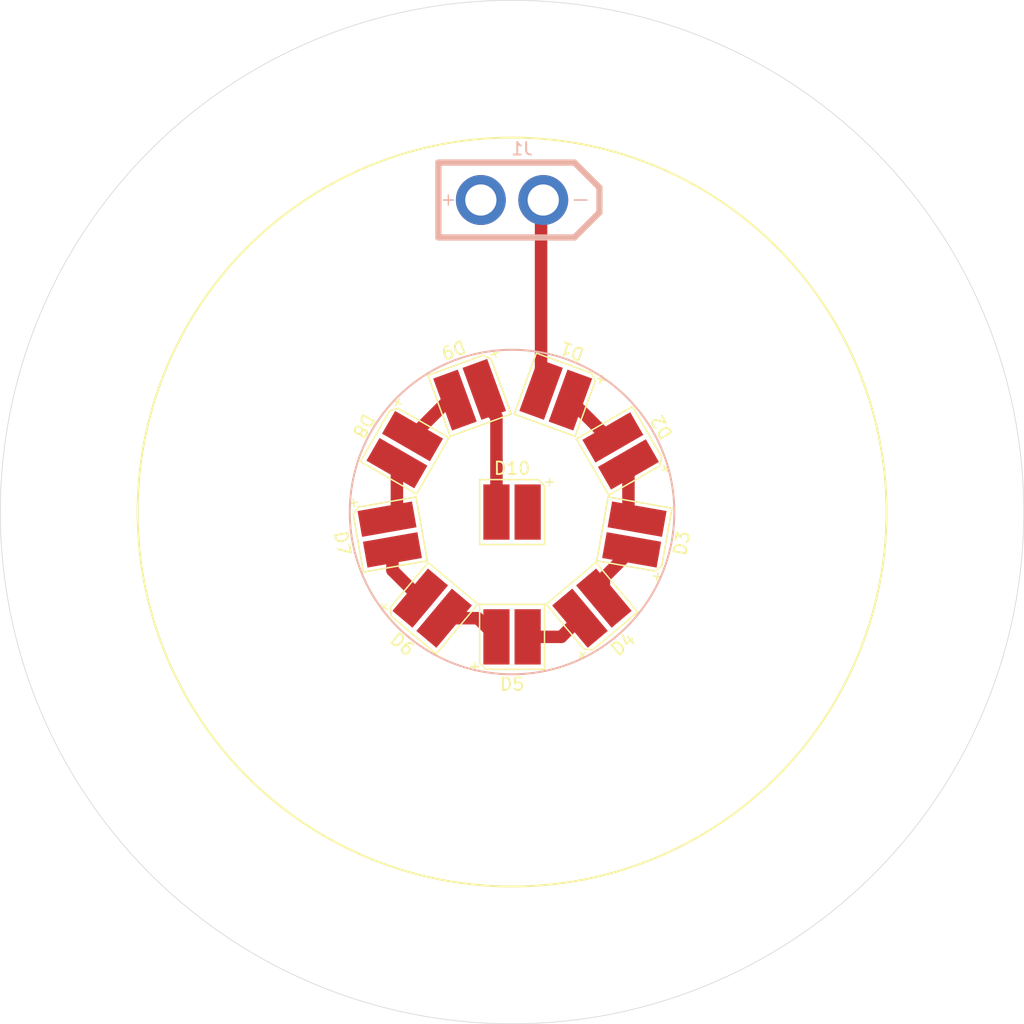
<source format=kicad_pcb>
(kicad_pcb (version 20211014) (generator pcbnew)
  (layers (0 "F.Cu" signal) (31 "B.Cu" signal) (34 "B.Paste" user) (35 "F.Paste" user) (36 "B.SilkS" user "B.Silkscreen") (37 "F.SilkS" user "F.Silkscreen") (38 "B.Mask" user) (39 "F.Mask" user) (44 "Edge.Cuts" user))
  (net 0 "")
  (net 1 "Net-(D1-Pad1)")
  (net 2 "Net-(D1-Pad2)")
  (net 3 "Net-(D2-Pad2)")
  (net 4 "Net-(D3-Pad2)")
  (net 5 "Net-(D4-Pad2)")
  (net 6 "Net-(D5-Pad2)")
  (net 7 "Net-(D6-Pad2)")
  (net 8 "Net-(D7-Pad2)")
  (net 9 "Net-(D8-Pad2)")
  (net 10 "Net-(D10-Pad1)")
  (net 11 "Net-(J1-Pad2)")
  (footprint "Eldalote-footprints:LED5050_Samsung_LH502C" (layer "F.Cu") (at 150 110)
    (fp_text reference "D5" (at 0 3.8 unlocked) (layer "F.SilkS"))
    (fp_text value "SPHWH1L5N607YEQ3A2")
    (fp_line (start 2.6 2.6) (end -2.1 2.6) (layer "F.SilkS") (width 0.12))
    (fp_line (start -2.6 2.1) (end -2.1 2.6) (layer "F.SilkS") (width 0.12))
    (fp_line (start -3 2.1) (end -3 2.7) (layer "F.SilkS") (width 0.12))
    (fp_line (start 2.6 -2.6) (end 2.6 2.6) (layer "F.SilkS") (width 0.12))
    (fp_line (start -2.6 2.1) (end -2.6 -2.6) (layer "F.SilkS") (width 0.12))
    (fp_line (start -3.2 2.4) (end -3.3 2.4) (layer "F.SilkS") (width 0.12))
    (fp_line (start -3.2 2.4) (end -2.7 2.4) (layer "F.SilkS") (width 0.12))
    (fp_line (start -2.6 -2.6) (end 2.6 -2.6) (layer "F.SilkS") (width 0.12))
    (pad "1" smd rect (at 1.25 0 90) (size 4.43 2.1) (layers "F.Cu" "F.Paste" "F.Mask") (net 5 "Net-(D4-Pad2)"))
    (pad "2" smd rect (at -1.25 0 90) (size 4.43 2.1) (layers "F.Cu" "F.Paste" "F.Mask") (net 6 "Net-(D5-Pad2)"))
  )
  (footprint "Eldalote-footprints:LED5050_Samsung_LH502C" (layer "F.Cu") (at 159.8 101.8 80)
    (fp_text reference "D3" (at -0.029502 3.863823 80 unlocked) (layer "F.SilkS"))
    (fp_text value "SPHWH1L5N607YEQ3A2")
    (fp_line (start -2.6 2.1) (end -2.1 2.6) (layer "F.SilkS") (width 0.12))
    (fp_line (start -3 2.1) (end -3 2.7) (layer "F.SilkS") (width 0.12))
    (fp_line (start 2.6 2.6) (end -2.1 2.6) (layer "F.SilkS") (width 0.12))
    (fp_line (start 2.6 -2.6) (end 2.6 2.6) (layer "F.SilkS") (width 0.12))
    (fp_line (start -2.6 2.1) (end -2.6 -2.6) (layer "F.SilkS") (width 0.12))
    (fp_line (start -2.6 -2.6) (end 2.6 -2.6) (layer "F.SilkS") (width 0.12))
    (fp_line (start -3.2 2.4) (end -2.7 2.4) (layer "F.SilkS") (width 0.12))
    (fp_line (start -3.2 2.4) (end -3.3 2.4) (layer "F.SilkS") (width 0.12))
    (pad "1" smd rect (at 1.25 0 170) (size 4.43 2.1) (layers "F.Cu" "F.Paste" "F.Mask") (net 3 "Net-(D2-Pad2)"))
    (pad "2" smd rect (at -1.25 0 170) (size 4.43 2.1) (layers "F.Cu" "F.Paste" "F.Mask") (net 4 "Net-(D3-Pad2)"))
  )
  (footprint "Eldalote-footprints:LED5050_Samsung_LH502C" (layer "F.Cu") (at 141.4 95 -120)
    (fp_text reference "D8" (at 0.004552 3.807884 -120 unlocked) (layer "F.SilkS"))
    (fp_text value "SPHWH1L5N607YEQ3A2")
    (fp_line (start 2.6 2.6) (end -2.1 2.6) (layer "F.SilkS") (width 0.12))
    (fp_line (start -2.6 2.1) (end -2.6 -2.6) (layer "F.SilkS") (width 0.12))
    (fp_line (start -3.2 2.4) (end -2.7 2.4) (layer "F.SilkS") (width 0.12))
    (fp_line (start -3 2.1) (end -3 2.7) (layer "F.SilkS") (width 0.12))
    (fp_line (start -3.2 2.4) (end -3.3 2.4) (layer "F.SilkS") (width 0.12))
    (fp_line (start -2.6 -2.6) (end 2.6 -2.6) (layer "F.SilkS") (width 0.12))
    (fp_line (start 2.6 -2.6) (end 2.6 2.6) (layer "F.SilkS") (width 0.12))
    (fp_line (start -2.6 2.1) (end -2.1 2.6) (layer "F.SilkS") (width 0.12))
    (pad "1" smd rect (at 1.25 0 330) (size 4.43 2.1) (layers "F.Cu" "F.Paste" "F.Mask") (net 8 "Net-(D7-Pad2)"))
    (pad "2" smd rect (at -1.25 0 330) (size 4.43 2.1) (layers "F.Cu" "F.Paste" "F.Mask") (net 9 "Net-(D8-Pad2)"))
  )
  (footprint "Eldalote-footprints:LED5050_Samsung_LH502C" (layer "F.Cu") (at 156.4 107.7 40)
    (fp_text reference "D4" (at 0.051027 3.828498 40 unlocked) (layer "F.SilkS"))
    (fp_text value "SPHWH1L5N607YEQ3A2")
    (fp_line (start -3.2 2.4) (end -2.7 2.4) (layer "F.SilkS") (width 0.12))
    (fp_line (start 2.6 2.6) (end -2.1 2.6) (layer "F.SilkS") (width 0.12))
    (fp_line (start -2.6 2.1) (end -2.6 -2.6) (layer "F.SilkS") (width 0.12))
    (fp_line (start -3 2.1) (end -3 2.7) (layer "F.SilkS") (width 0.12))
    (fp_line (start -3.2 2.4) (end -3.3 2.4) (layer "F.SilkS") (width 0.12))
    (fp_line (start -2.6 -2.6) (end 2.6 -2.6) (layer "F.SilkS") (width 0.12))
    (fp_line (start -2.6 2.1) (end -2.1 2.6) (layer "F.SilkS") (width 0.12))
    (fp_line (start 2.6 -2.6) (end 2.6 2.6) (layer "F.SilkS") (width 0.12))
    (pad "1" smd rect (at 1.25 0 130) (size 4.43 2.1) (layers "F.Cu" "F.Paste" "F.Mask") (net 4 "Net-(D3-Pad2)"))
    (pad "2" smd rect (at -1.25 0 130) (size 4.43 2.1) (layers "F.Cu" "F.Paste" "F.Mask") (net 5 "Net-(D4-Pad2)"))
  )
  (footprint "Eldalote-footprints:LED5050_Samsung_LH502C" (layer "F.Cu") (at 146.6 90.6 -160)
    (fp_text reference "D9" (at -0.009672 3.82752 -160 unlocked) (layer "F.SilkS"))
    (fp_text value "SPHWH1L5N607YEQ3A2")
    (fp_line (start 2.6 2.6) (end -2.1 2.6) (layer "F.SilkS") (width 0.12))
    (fp_line (start -3.2 2.4) (end -3.3 2.4) (layer "F.SilkS") (width 0.12))
    (fp_line (start -2.6 -2.6) (end 2.6 -2.6) (layer "F.SilkS") (width 0.12))
    (fp_line (start -2.6 2.1) (end -2.6 -2.6) (layer "F.SilkS") (width 0.12))
    (fp_line (start -2.6 2.1) (end -2.1 2.6) (layer "F.SilkS") (width 0.12))
    (fp_line (start -3.2 2.4) (end -2.7 2.4) (layer "F.SilkS") (width 0.12))
    (fp_line (start -3 2.1) (end -3 2.7) (layer "F.SilkS") (width 0.12))
    (fp_line (start 2.6 -2.6) (end 2.6 2.6) (layer "F.SilkS") (width 0.12))
    (pad "1" smd rect (at 1.25 0 290) (size 4.43 2.1) (layers "F.Cu" "F.Paste" "F.Mask") (net 9 "Net-(D8-Pad2)"))
    (pad "2" smd rect (at -1.25 0 290) (size 4.43 2.1) (layers "F.Cu" "F.Paste" "F.Mask") (net 10 "Net-(D10-Pad1)"))
  )
  (footprint "Eldalote-footprints:LED5050_Samsung_LH502C" (layer "F.Cu") (at 153.5 90.6 160)
    (fp_text reference "D1" (at -0.02453 3.73355 160 unlocked) (layer "F.SilkS"))
    (fp_text value "SPHWH1L5N607YEQ3A2")
    (fp_line (start 2.6 2.6) (end -2.1 2.6) (layer "F.SilkS") (width 0.12))
    (fp_line (start 2.6 -2.6) (end 2.6 2.6) (layer "F.SilkS") (width 0.12))
    (fp_line (start -2.6 -2.6) (end 2.6 -2.6) (layer "F.SilkS") (width 0.12))
    (fp_line (start -3.2 2.4) (end -3.3 2.4) (layer "F.SilkS") (width 0.12))
    (fp_line (start -3.2 2.4) (end -2.7 2.4) (layer "F.SilkS") (width 0.12))
    (fp_line (start -3 2.1) (end -3 2.7) (layer "F.SilkS") (width 0.12))
    (fp_line (start -2.6 2.1) (end -2.6 -2.6) (layer "F.SilkS") (width 0.12))
    (fp_line (start -2.6 2.1) (end -2.1 2.6) (layer "F.SilkS") (width 0.12))
    (pad "1" smd rect (at 1.25 0 250) (size 4.43 2.1) (layers "F.Cu" "F.Paste" "F.Mask") (net 1 "Net-(D1-Pad1)"))
    (pad "2" smd rect (at -1.25 0 250) (size 4.43 2.1) (layers "F.Cu" "F.Paste" "F.Mask") (net 2 "Net-(D1-Pad2)"))
  )
  (footprint "Eldalote-footprints:LED5050_Samsung_LH502C" (layer "F.Cu") (at 150 100 180)
    (fp_text reference "D10" (at 0 3.5 unlocked) (layer "F.SilkS"))
    (fp_text value "SPHWH1L5N607YEQ3A2")
    (fp_line (start -2.6 -2.6) (end 2.6 -2.6) (layer "F.SilkS") (width 0.12))
    (fp_line (start -2.6 2.1) (end -2.6 -2.6) (layer "F.SilkS") (width 0.12))
    (fp_line (start -3.2 2.4) (end -3.3 2.4) (layer "F.SilkS") (width 0.12))
    (fp_line (start -2.6 2.1) (end -2.1 2.6) (layer "F.SilkS") (width 0.12))
    (fp_line (start -3 2.1) (end -3 2.7) (layer "F.SilkS") (width 0.12))
    (fp_line (start 2.6 -2.6) (end 2.6 2.6) (layer "F.SilkS") (width 0.12))
    (fp_line (start -3.2 2.4) (end -2.7 2.4) (layer "F.SilkS") (width 0.12))
    (fp_line (start 2.6 2.6) (end -2.1 2.6) (layer "F.SilkS") (width 0.12))
    (pad "1" smd rect (at 1.25 0 270) (size 4.43 2.1) (layers "F.Cu" "F.Paste" "F.Mask") (net 10 "Net-(D10-Pad1)"))
    (pad "2" smd rect (at -1.25 0 270) (size 4.43 2.1) (layers "F.Cu" "F.Paste" "F.Mask") (net 11 "Net-(J1-Pad2)"))
  )
  (footprint "Eldalote-footprints:LED5050_Samsung_LH502C" (layer "F.Cu") (at 143.6 107.7 -40)
    (fp_text reference "D6" (at 0.025577 3.764219 -40 unlocked) (layer "F.SilkS"))
    (fp_text value "SPHWH1L5N607YEQ3A2")
    (fp_line (start -3.2 2.4) (end -2.7 2.4) (layer "F.SilkS") (width 0.12))
    (fp_line (start -2.6 2.1) (end -2.1 2.6) (layer "F.SilkS") (width 0.12))
    (fp_line (start 2.6 -2.6) (end 2.6 2.6) (layer "F.SilkS") (width 0.12))
    (fp_line (start 2.6 2.6) (end -2.1 2.6) (layer "F.SilkS") (width 0.12))
    (fp_line (start -3 2.1) (end -3 2.7) (layer "F.SilkS") (width 0.12))
    (fp_line (start -2.6 -2.6) (end 2.6 -2.6) (layer "F.SilkS") (width 0.12))
    (fp_line (start -3.2 2.4) (end -3.3 2.4) (layer "F.SilkS") (width 0.12))
    (fp_line (start -2.6 2.1) (end -2.6 -2.6) (layer "F.SilkS") (width 0.12))
    (pad "1" smd rect (at 1.25 0 50) (size 4.43 2.1) (layers "F.Cu" "F.Paste" "F.Mask") (net 6 "Net-(D5-Pad2)"))
    (pad "2" smd rect (at -1.25 0 50) (size 4.43 2.1) (layers "F.Cu" "F.Paste" "F.Mask") (net 7 "Net-(D6-Pad2)"))
  )
  (footprint "Eldalote-footprints:LED5050_Samsung_LH502C" (layer "F.Cu") (at 140.2 101.8 -80)
    (fp_text reference "D7" (at 0.029502 3.863823 -80 unlocked) (layer "F.SilkS"))
    (fp_text value "SPHWH1L5N607YEQ3A2")
    (fp_line (start 2.6 -2.6) (end 2.6 2.6) (layer "F.SilkS") (width 0.12))
    (fp_line (start -2.6 2.1) (end -2.6 -2.6) (layer "F.SilkS") (width 0.12))
    (fp_line (start -3 2.1) (end -3 2.7) (layer "F.SilkS") (width 0.12))
    (fp_line (start -3.2 2.4) (end -3.3 2.4) (layer "F.SilkS") (width 0.12))
    (fp_line (start -2.6 2.1) (end -2.1 2.6) (layer "F.SilkS") (width 0.12))
    (fp_line (start 2.6 2.6) (end -2.1 2.6) (layer "F.SilkS") (width 0.12))
    (fp_line (start -3.2 2.4) (end -2.7 2.4) (layer "F.SilkS") (width 0.12))
    (fp_line (start -2.6 -2.6) (end 2.6 -2.6) (layer "F.SilkS") (width 0.12))
    (pad "1" smd rect (at 1.25 0 10) (size 4.43 2.1) (layers "F.Cu" "F.Paste" "F.Mask") (net 7 "Net-(D6-Pad2)"))
    (pad "2" smd rect (at -1.25 0 10) (size 4.43 2.1) (layers "F.Cu" "F.Paste" "F.Mask") (net 8 "Net-(D7-Pad2)"))
  )
  (footprint "Eldalote-footprints:LED5050_Samsung_LH502C" (layer "F.Cu") (at 158.7 95.1 120)
    (fp_text reference "D2" (at -0.004552 3.807884 120 unlocked) (layer "F.SilkS"))
    (fp_text value "SPHWH1L5N607YEQ3A2")
    (fp_line (start 2.6 2.6) (end -2.1 2.6) (layer "F.SilkS") (width 0.12))
    (fp_line (start -2.6 2.1) (end -2.1 2.6) (layer "F.SilkS") (width 0.12))
    (fp_line (start -3 2.1) (end -3 2.7) (layer "F.SilkS") (width 0.12))
    (fp_line (start 2.6 -2.6) (end 2.6 2.6) (layer "F.SilkS") (width 0.12))
    (fp_line (start -3.2 2.4) (end -3.3 2.4) (layer "F.SilkS") (width 0.12))
    (fp_line (start -2.6 -2.6) (end 2.6 -2.6) (layer "F.SilkS") (width 0.12))
    (fp_line (start -2.6 2.1) (end -2.6 -2.6) (layer "F.SilkS") (width 0.12))
    (fp_line (start -3.2 2.4) (end -2.7 2.4) (layer "F.SilkS") (width 0.12))
    (pad "1" smd rect (at 1.25 0 210) (size 4.43 2.1) (layers "F.Cu" "F.Paste" "F.Mask") (net 2 "Net-(D1-Pad2)"))
    (pad "2" smd rect (at -1.25 0 210) (size 4.43 2.1) (layers "F.Cu" "F.Paste" "F.Mask") (net 3 "Net-(D2-Pad2)"))
  )
  (footprint "Eldalote-footprints:XT30" (layer "B.Cu") (at 150 75 180)
    (fp_text reference "J1" (at -0.8 4.1 unlocked) (layer "B.SilkS") (effects (justify mirror)))
    (fp_text value "XT30")
    (fp_line (start -6 0) (end -5 0) (layer "B.SilkS") (width 0.12))
    (fp_line (start 4.7 0) (end 5.5 0) (layer "B.SilkS") (width 0.12))
    (fp_line (start -7 1) (end -5 3) (layer "B.SilkS") (width 0.5))
    (fp_line (start -7 -1) (end -5 -3) (layer "B.SilkS") (width 0.5))
    (fp_line (start 5.9 3) (end 5.9 -3) (layer "B.SilkS") (width 0.5))
    (fp_line (start 5.9 -3) (end -5 -3) (layer "B.SilkS") (width 0.5))
    (fp_line (start 5.1 0.4) (end 5.1 -0.4) (layer "B.SilkS") (width 0.12))
    (fp_line (start -7 1) (end -7 -1) (layer "B.SilkS") (width 0.5))
    (fp_line (start 5.9 3) (end -5 3) (layer "B.SilkS") (width 0.5))
    (pad "1" thru_hole circle (at -2.5 0 180) (size 4 4) (drill 2.5) (layers *.Cu *.Mask) (net 1 "Net-(D1-Pad1)"))
    (pad "2" thru_hole circle (at 2.5 0 180) (size 4 4) (drill 2.5) (layers *.Cu *.Mask) (net 11 "Net-(J1-Pad2)"))
  )
  (gr_circle (center 150 100) (end 137 100) (layer "B.SilkS") (width 0.16) (fill none))
  (gr_circle (center 150 100) (end 180 100) (layer "F.SilkS") (width 0.16) (fill none))
  (gr_circle (center 150 100) (end 191 100) (layer "Edge.Cuts") (width 0.05) (fill none))
  (segment (start 152.325384 90.172475) (end 152.325384 75.174616) (width 1) (layer "F.Cu") (net 1))
  (segment (start 152.8 75.3) (end 152.5 75) (width 1) (layer "F.Cu") (net 1))
  (segment (start 152.325384 75.174616) (end 152.5 75) (width 1) (layer "F.Cu") (net 1))
  (segment (start 158.075 94.017468) (end 157.664559 94.017468) (width 1) (layer "F.Cu") (net 2))
  (segment (start 157.664559 94.017468) (end 154.674616 91.027525) (width 1) (layer "F.Cu") (net 2))
  (segment (start 159.325 96.182532) (end 159.325 99.87693) (width 1) (layer "F.Cu") (net 3))
  (segment (start 159.325 99.87693) (end 160.01706 100.56899) (width 1) (layer "F.Cu") (net 3))
  (segment (start 157.357556 105.256394) (end 159.58294 103.03101) (width 1) (layer "F.Cu") (net 4))
  (segment (start 157.357556 106.896515) (end 157.357556 105.256394) (width 1) (layer "F.Cu") (net 4))
  (segment (start 151.25 110) (end 153.945929 110) (width 1) (layer "F.Cu") (net 5))
  (segment (start 153.945929 110) (end 155.442444 108.503485) (width 1) (layer "F.Cu") (net 5))
  (segment (start 144.557556 108.503485) (end 147.253485 108.503485) (width 1) (layer "F.Cu") (net 6))
  (segment (start 147.253485 108.503485) (end 148.75 110) (width 1) (layer "F.Cu") (net 6))
  (segment (start 140.41706 103.03101) (end 140.41706 104.671131) (width 1) (layer "F.Cu") (net 7))
  (segment (start 140.41706 104.671131) (end 142.642444 106.896515) (width 1) (layer "F.Cu") (net 7))
  (segment (start 140.775 99.77693) (end 139.98294 100.56899) (width 1) (layer "F.Cu") (net 8))
  (segment (start 140.775 96.082532) (end 140.775 99.77693) (width 1) (layer "F.Cu") (net 8))
  (segment (start 145.425384 91.027525) (end 144.914943 91.027525) (width 1) (layer "F.Cu") (net 9))
  (segment (start 144.914943 91.027525) (end 142.025 93.917468) (width 1) (layer "F.Cu") (net 9))
  (segment (start 148.75 92.35) (end 148.75 100) (width 1) (layer "F.Cu") (net 10))
  (segment (start 147.774616 90.172475) (end 147.774616 91.374616) (width 1) (layer "F.Cu") (net 10))
  (segment (start 147.774616 91.374616) (end 148.75 92.35) (width 1) (layer "F.Cu") (net 10))
)
</source>
